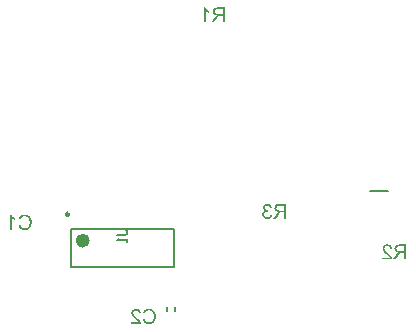
<source format=gbo>
G04*
G04 #@! TF.GenerationSoftware,Altium Limited,Altium Designer,19.1.8 (144)*
G04*
G04 Layer_Color=32896*
%FSLAX44Y44*%
%MOMM*%
G71*
G01*
G75*
%ADD10C,0.2000*%
%ADD11C,0.1500*%
%ADD41C,0.2500*%
%ADD42C,0.6000*%
G36*
X126471Y111226D02*
X126562Y111069D01*
X126772Y110768D01*
X126994Y110481D01*
X127229Y110219D01*
X127439Y110010D01*
X127530Y109905D01*
X127609Y109826D01*
X127674Y109774D01*
X127726Y109722D01*
X127753Y109696D01*
X127766Y109683D01*
X128145Y109369D01*
X128524Y109094D01*
X128904Y108846D01*
X129257Y108623D01*
X129427Y108532D01*
X129571Y108453D01*
X129702Y108388D01*
X129806Y108322D01*
X129898Y108283D01*
X129976Y108244D01*
X130016Y108231D01*
X130029Y108218D01*
Y106713D01*
X129754Y106818D01*
X129466Y106949D01*
X129205Y107079D01*
X128943Y107210D01*
X128734Y107328D01*
X128642Y107380D01*
X128564Y107420D01*
X128498Y107459D01*
X128446Y107485D01*
X128420Y107511D01*
X128407D01*
X128080Y107707D01*
X127792Y107904D01*
X127530Y108087D01*
X127321Y108244D01*
X127151Y108388D01*
X127033Y108492D01*
X126955Y108558D01*
X126929Y108584D01*
Y98721D01*
X125385D01*
Y111383D01*
X126392D01*
X126471Y111226D01*
D02*
G37*
G36*
X138152Y111540D02*
X138453Y111514D01*
X138741Y111488D01*
X139028Y111435D01*
X139290Y111370D01*
X139539Y111305D01*
X139774Y111239D01*
X139996Y111174D01*
X140193Y111095D01*
X140376Y111030D01*
X140520Y110965D01*
X140651Y110899D01*
X140755Y110847D01*
X140834Y110821D01*
X140886Y110794D01*
X140899Y110781D01*
X141148Y110638D01*
X141383Y110468D01*
X141605Y110297D01*
X141815Y110114D01*
X142011Y109931D01*
X142181Y109748D01*
X142351Y109565D01*
X142495Y109382D01*
X142626Y109212D01*
X142730Y109068D01*
X142822Y108924D01*
X142900Y108793D01*
X142966Y108702D01*
X143005Y108623D01*
X143031Y108571D01*
X143044Y108558D01*
X143175Y108283D01*
X143293Y107995D01*
X143384Y107694D01*
X143476Y107407D01*
X143541Y107106D01*
X143607Y106831D01*
X143659Y106556D01*
X143698Y106295D01*
X143724Y106046D01*
X143751Y105824D01*
X143764Y105614D01*
X143777Y105444D01*
X143790Y105314D01*
Y105209D01*
Y105143D01*
Y105117D01*
X143777Y104777D01*
X143764Y104450D01*
X143724Y104136D01*
X143685Y103822D01*
X143633Y103535D01*
X143581Y103247D01*
X143528Y102985D01*
X143463Y102750D01*
X143398Y102527D01*
X143345Y102331D01*
X143293Y102148D01*
X143240Y102004D01*
X143201Y101886D01*
X143162Y101808D01*
X143149Y101742D01*
X143136Y101729D01*
X143005Y101442D01*
X142861Y101180D01*
X142704Y100931D01*
X142547Y100696D01*
X142390Y100474D01*
X142220Y100277D01*
X142063Y100107D01*
X141906Y99950D01*
X141762Y99806D01*
X141632Y99676D01*
X141501Y99571D01*
X141396Y99493D01*
X141305Y99427D01*
X141239Y99375D01*
X141200Y99349D01*
X141187Y99336D01*
X140938Y99192D01*
X140677Y99061D01*
X140402Y98956D01*
X140127Y98865D01*
X139853Y98786D01*
X139578Y98708D01*
X139303Y98655D01*
X139055Y98616D01*
X138806Y98577D01*
X138584Y98551D01*
X138387Y98538D01*
X138217Y98525D01*
X138074Y98511D01*
X137877D01*
X137511Y98525D01*
X137171Y98564D01*
X136831Y98616D01*
X136517Y98681D01*
X136229Y98760D01*
X135954Y98852D01*
X135706Y98943D01*
X135470Y99048D01*
X135261Y99152D01*
X135078Y99244D01*
X134921Y99336D01*
X134790Y99414D01*
X134686Y99480D01*
X134607Y99545D01*
X134555Y99571D01*
X134542Y99584D01*
X134293Y99793D01*
X134071Y100029D01*
X133862Y100277D01*
X133665Y100539D01*
X133495Y100788D01*
X133338Y101049D01*
X133207Y101311D01*
X133077Y101559D01*
X132972Y101795D01*
X132880Y102017D01*
X132815Y102213D01*
X132750Y102383D01*
X132697Y102527D01*
X132671Y102632D01*
X132645Y102697D01*
Y102724D01*
X134319Y103142D01*
X134398Y102854D01*
X134476Y102580D01*
X134568Y102331D01*
X134672Y102096D01*
X134777Y101873D01*
X134895Y101677D01*
X135000Y101507D01*
X135117Y101337D01*
X135222Y101193D01*
X135313Y101075D01*
X135405Y100971D01*
X135484Y100892D01*
X135549Y100827D01*
X135601Y100774D01*
X135627Y100748D01*
X135640Y100735D01*
X135824Y100591D01*
X136020Y100474D01*
X136216Y100369D01*
X136425Y100277D01*
X136622Y100199D01*
X136818Y100133D01*
X137197Y100042D01*
X137367Y100003D01*
X137524Y99977D01*
X137668Y99964D01*
X137786Y99950D01*
X137890Y99937D01*
X138021D01*
X138230Y99950D01*
X138440Y99964D01*
X138845Y100029D01*
X139212Y100120D01*
X139369Y100173D01*
X139525Y100238D01*
X139669Y100290D01*
X139787Y100343D01*
X139905Y100395D01*
X139996Y100434D01*
X140062Y100474D01*
X140127Y100500D01*
X140153Y100526D01*
X140167D01*
X140350Y100644D01*
X140507Y100774D01*
X140808Y101049D01*
X141056Y101350D01*
X141265Y101638D01*
X141422Y101912D01*
X141475Y102017D01*
X141527Y102122D01*
X141566Y102200D01*
X141592Y102266D01*
X141618Y102305D01*
Y102318D01*
X141776Y102789D01*
X141880Y103260D01*
X141959Y103731D01*
X141998Y103966D01*
X142024Y104176D01*
X142037Y104372D01*
X142050Y104555D01*
X142063Y104725D01*
Y104856D01*
X142076Y104973D01*
Y105065D01*
Y105117D01*
Y105130D01*
X142063Y105588D01*
X142011Y106033D01*
X141945Y106439D01*
X141919Y106635D01*
X141880Y106805D01*
X141841Y106962D01*
X141802Y107119D01*
X141776Y107236D01*
X141749Y107341D01*
X141723Y107433D01*
X141697Y107498D01*
X141684Y107537D01*
Y107550D01*
X141605Y107760D01*
X141514Y107969D01*
X141305Y108335D01*
X141200Y108505D01*
X141082Y108662D01*
X140964Y108806D01*
X140860Y108924D01*
X140755Y109042D01*
X140651Y109146D01*
X140559Y109225D01*
X140480Y109290D01*
X140415Y109356D01*
X140363Y109395D01*
X140337Y109408D01*
X140323Y109421D01*
X140140Y109552D01*
X139931Y109656D01*
X139735Y109748D01*
X139525Y109826D01*
X139120Y109957D01*
X138728Y110036D01*
X138558Y110075D01*
X138387Y110088D01*
X138244Y110101D01*
X138126Y110114D01*
X138021Y110127D01*
X137877D01*
X137642Y110114D01*
X137433Y110101D01*
X137014Y110023D01*
X136831Y109984D01*
X136661Y109931D01*
X136504Y109866D01*
X136360Y109813D01*
X136229Y109748D01*
X136111Y109696D01*
X136020Y109630D01*
X135928Y109591D01*
X135876Y109552D01*
X135824Y109513D01*
X135797Y109500D01*
X135784Y109486D01*
X135627Y109356D01*
X135484Y109225D01*
X135235Y108911D01*
X135013Y108584D01*
X134829Y108257D01*
X134751Y108100D01*
X134686Y107956D01*
X134633Y107825D01*
X134581Y107707D01*
X134555Y107616D01*
X134529Y107550D01*
X134502Y107498D01*
Y107485D01*
X132854Y107878D01*
X132959Y108191D01*
X133077Y108492D01*
X133207Y108780D01*
X133351Y109029D01*
X133495Y109277D01*
X133652Y109500D01*
X133796Y109696D01*
X133953Y109879D01*
X134084Y110049D01*
X134228Y110193D01*
X134346Y110310D01*
X134450Y110402D01*
X134542Y110481D01*
X134607Y110546D01*
X134646Y110572D01*
X134659Y110585D01*
X134908Y110755D01*
X135170Y110899D01*
X135431Y111030D01*
X135706Y111148D01*
X135968Y111239D01*
X136229Y111318D01*
X136491Y111383D01*
X136739Y111435D01*
X136962Y111475D01*
X137171Y111501D01*
X137367Y111527D01*
X137524Y111540D01*
X137655Y111553D01*
X137838D01*
X138152Y111540D01*
D02*
G37*
G36*
X343674Y120599D02*
X343935Y120573D01*
X344184Y120534D01*
X344419Y120482D01*
X344642Y120416D01*
X344838Y120338D01*
X345034Y120259D01*
X345204Y120181D01*
X345361Y120102D01*
X345505Y120024D01*
X345623Y119945D01*
X345714Y119880D01*
X345793Y119827D01*
X345845Y119788D01*
X345884Y119762D01*
X345897Y119749D01*
X346081Y119579D01*
X346237Y119396D01*
X346394Y119213D01*
X346525Y119017D01*
X346643Y118820D01*
X346748Y118611D01*
X346839Y118415D01*
X346918Y118232D01*
X346983Y118048D01*
X347035Y117879D01*
X347088Y117735D01*
X347114Y117604D01*
X347153Y117486D01*
X347166Y117408D01*
X347179Y117355D01*
Y117342D01*
X345636Y117067D01*
X345597Y117277D01*
X345557Y117473D01*
X345505Y117643D01*
X345439Y117813D01*
X345387Y117970D01*
X345322Y118101D01*
X345256Y118232D01*
X345191Y118349D01*
X345126Y118441D01*
X345060Y118532D01*
X345008Y118598D01*
X344955Y118663D01*
X344916Y118703D01*
X344890Y118742D01*
X344864Y118768D01*
X344746Y118873D01*
X344628Y118964D01*
X344380Y119095D01*
X344118Y119200D01*
X343883Y119278D01*
X343674Y119317D01*
X343582Y119331D01*
X343503D01*
X343451Y119344D01*
X343190D01*
X343033Y119317D01*
X342745Y119252D01*
X342496Y119160D01*
X342287Y119069D01*
X342117Y118964D01*
X341986Y118873D01*
X341908Y118807D01*
X341881Y118794D01*
Y118781D01*
X341777Y118676D01*
X341685Y118559D01*
X341541Y118323D01*
X341437Y118088D01*
X341371Y117865D01*
X341319Y117669D01*
X341306Y117578D01*
Y117512D01*
X341293Y117447D01*
Y117408D01*
Y117381D01*
Y117368D01*
X341306Y117172D01*
X341332Y116989D01*
X341371Y116819D01*
X341410Y116662D01*
X341541Y116387D01*
X341685Y116165D01*
X341842Y115995D01*
X341960Y115877D01*
X342012Y115825D01*
X342052Y115799D01*
X342078Y115786D01*
X342091Y115772D01*
X342392Y115602D01*
X342706Y115472D01*
X343006Y115393D01*
X343281Y115328D01*
X343517Y115288D01*
X343621Y115275D01*
X343700D01*
X343778Y115262D01*
X343948D01*
X344027Y115275D01*
X344092Y115288D01*
X344118D01*
X344301Y113928D01*
X344066Y113980D01*
X343857Y114033D01*
X343661Y114059D01*
X343503Y114072D01*
X343373Y114085D01*
X343281Y114098D01*
X343203D01*
X343006Y114085D01*
X342823Y114072D01*
X342470Y113993D01*
X342169Y113876D01*
X341921Y113758D01*
X341803Y113693D01*
X341711Y113627D01*
X341633Y113562D01*
X341567Y113509D01*
X341502Y113470D01*
X341463Y113431D01*
X341450Y113418D01*
X341437Y113405D01*
X341306Y113274D01*
X341201Y113130D01*
X341110Y112986D01*
X341031Y112842D01*
X340900Y112541D01*
X340822Y112267D01*
X340770Y112018D01*
X340756Y111913D01*
X340743Y111822D01*
X340730Y111743D01*
Y111691D01*
Y111652D01*
Y111639D01*
X340743Y111430D01*
X340756Y111233D01*
X340796Y111050D01*
X340848Y110880D01*
X340966Y110553D01*
X341110Y110292D01*
X341175Y110174D01*
X341254Y110069D01*
X341319Y109978D01*
X341371Y109899D01*
X341424Y109847D01*
X341450Y109808D01*
X341476Y109781D01*
X341489Y109768D01*
X341633Y109637D01*
X341777Y109520D01*
X341934Y109428D01*
X342091Y109337D01*
X342248Y109271D01*
X342405Y109206D01*
X342692Y109114D01*
X342941Y109062D01*
X343059Y109049D01*
X343150Y109036D01*
X343229Y109023D01*
X343334D01*
X343503Y109036D01*
X343674Y109049D01*
X343974Y109114D01*
X344236Y109206D01*
X344472Y109310D01*
X344655Y109415D01*
X344785Y109507D01*
X344838Y109546D01*
X344877Y109572D01*
X344890Y109598D01*
X344903D01*
X345021Y109716D01*
X345126Y109847D01*
X345309Y110134D01*
X345466Y110449D01*
X345583Y110762D01*
X345675Y111050D01*
X345714Y111168D01*
X345740Y111286D01*
X345766Y111364D01*
X345780Y111443D01*
X345793Y111482D01*
Y111495D01*
X347336Y111286D01*
X347297Y110998D01*
X347245Y110723D01*
X347166Y110462D01*
X347075Y110213D01*
X346983Y109991D01*
X346878Y109781D01*
X346774Y109585D01*
X346656Y109415D01*
X346551Y109258D01*
X346447Y109114D01*
X346355Y108996D01*
X346264Y108905D01*
X346198Y108826D01*
X346146Y108761D01*
X346107Y108735D01*
X346093Y108722D01*
X345884Y108552D01*
X345662Y108395D01*
X345426Y108264D01*
X345204Y108159D01*
X344969Y108055D01*
X344733Y107976D01*
X344511Y107911D01*
X344301Y107858D01*
X344105Y107819D01*
X343922Y107793D01*
X343752Y107767D01*
X343608Y107754D01*
X343490D01*
X343412Y107741D01*
X343334D01*
X342993Y107754D01*
X342679Y107793D01*
X342379Y107845D01*
X342091Y107924D01*
X341816Y108002D01*
X341567Y108107D01*
X341332Y108198D01*
X341123Y108316D01*
X340940Y108421D01*
X340770Y108526D01*
X340639Y108617D01*
X340521Y108696D01*
X340416Y108774D01*
X340351Y108826D01*
X340312Y108866D01*
X340299Y108879D01*
X340089Y109101D01*
X339893Y109324D01*
X339736Y109559D01*
X339592Y109808D01*
X339475Y110043D01*
X339383Y110265D01*
X339305Y110501D01*
X339239Y110710D01*
X339187Y110906D01*
X339147Y111103D01*
X339121Y111259D01*
X339095Y111403D01*
Y111521D01*
X339082Y111600D01*
Y111665D01*
Y111678D01*
X339095Y111901D01*
X339108Y112110D01*
X339174Y112502D01*
X339278Y112855D01*
X339331Y113012D01*
X339396Y113143D01*
X339448Y113274D01*
X339514Y113392D01*
X339566Y113483D01*
X339605Y113562D01*
X339658Y113627D01*
X339684Y113666D01*
X339697Y113693D01*
X339710Y113706D01*
X339828Y113849D01*
X339959Y113993D01*
X340233Y114216D01*
X340521Y114412D01*
X340809Y114556D01*
X341057Y114661D01*
X341162Y114700D01*
X341254Y114726D01*
X341332Y114752D01*
X341384Y114765D01*
X341424Y114778D01*
X341437D01*
X341136Y114935D01*
X340874Y115118D01*
X340652Y115302D01*
X340469Y115472D01*
X340325Y115616D01*
X340220Y115746D01*
X340168Y115825D01*
X340142Y115838D01*
Y115851D01*
X339998Y116112D01*
X339880Y116361D01*
X339802Y116610D01*
X339749Y116845D01*
X339723Y117041D01*
X339710Y117120D01*
X339697Y117198D01*
Y117251D01*
Y117290D01*
Y117316D01*
Y117329D01*
X339723Y117643D01*
X339775Y117944D01*
X339841Y118219D01*
X339932Y118467D01*
X340024Y118663D01*
X340063Y118755D01*
X340089Y118820D01*
X340129Y118873D01*
X340142Y118912D01*
X340168Y118938D01*
Y118951D01*
X340351Y119226D01*
X340573Y119461D01*
X340796Y119671D01*
X341005Y119854D01*
X341201Y119985D01*
X341358Y120089D01*
X341424Y120128D01*
X341463Y120141D01*
X341489Y120168D01*
X341502D01*
X341829Y120311D01*
X342156Y120429D01*
X342483Y120508D01*
X342771Y120560D01*
X342902Y120573D01*
X343019Y120586D01*
X343137Y120599D01*
X343229Y120612D01*
X343399D01*
X343674Y120599D01*
D02*
G37*
G36*
X359410Y107950D02*
X357736D01*
Y113549D01*
X355590D01*
X355394Y113536D01*
X355237Y113523D01*
X355106D01*
X355015Y113509D01*
X354936Y113496D01*
X354897Y113483D01*
X354884D01*
X354740Y113444D01*
X354596Y113392D01*
X354465Y113339D01*
X354361Y113274D01*
X354256Y113222D01*
X354191Y113182D01*
X354138Y113156D01*
X354125Y113143D01*
X353981Y113039D01*
X353838Y112908D01*
X353694Y112764D01*
X353563Y112620D01*
X353445Y112502D01*
X353354Y112397D01*
X353301Y112319D01*
X353275Y112306D01*
Y112293D01*
X353092Y112044D01*
X352883Y111770D01*
X352686Y111482D01*
X352490Y111207D01*
X352333Y110959D01*
X352255Y110841D01*
X352189Y110749D01*
X352137Y110671D01*
X352098Y110618D01*
X352085Y110579D01*
X352072Y110566D01*
X350410Y107950D01*
X348330D01*
X350502Y111377D01*
X350750Y111730D01*
X350999Y112057D01*
X351221Y112345D01*
X351444Y112594D01*
X351627Y112790D01*
X351692Y112868D01*
X351758Y112934D01*
X351810Y112986D01*
X351849Y113025D01*
X351875Y113039D01*
X351888Y113052D01*
X352032Y113169D01*
X352189Y113274D01*
X352359Y113379D01*
X352516Y113483D01*
X352660Y113562D01*
X352791Y113627D01*
X352869Y113666D01*
X352883Y113680D01*
X352896D01*
X352569Y113732D01*
X352255Y113797D01*
X351967Y113876D01*
X351705Y113967D01*
X351470Y114059D01*
X351247Y114164D01*
X351051Y114255D01*
X350868Y114360D01*
X350711Y114451D01*
X350580Y114543D01*
X350476Y114621D01*
X350371Y114700D01*
X350306Y114752D01*
X350253Y114804D01*
X350227Y114831D01*
X350214Y114844D01*
X350057Y115027D01*
X349926Y115210D01*
X349809Y115393D01*
X349704Y115589D01*
X349625Y115772D01*
X349547Y115969D01*
X349442Y116322D01*
X349416Y116479D01*
X349390Y116636D01*
X349364Y116767D01*
X349351Y116884D01*
X349338Y116976D01*
Y117041D01*
Y117094D01*
Y117107D01*
X349364Y117486D01*
X349416Y117852D01*
X349508Y118166D01*
X349599Y118454D01*
X349652Y118572D01*
X349704Y118689D01*
X349743Y118781D01*
X349795Y118860D01*
X349822Y118925D01*
X349848Y118977D01*
X349874Y119003D01*
Y119017D01*
X350083Y119317D01*
X350319Y119566D01*
X350541Y119775D01*
X350764Y119945D01*
X350973Y120063D01*
X351051Y120115D01*
X351130Y120155D01*
X351195Y120181D01*
X351234Y120207D01*
X351260Y120220D01*
X351274D01*
X351444Y120285D01*
X351627Y120338D01*
X352032Y120416D01*
X352464Y120482D01*
X352869Y120521D01*
X353066Y120534D01*
X353249Y120547D01*
X353406D01*
X353550Y120560D01*
X359410D01*
Y107950D01*
D02*
G37*
G36*
X445103Y86309D02*
X445417Y86283D01*
X445718Y86231D01*
X445993Y86179D01*
X446242Y86100D01*
X446477Y86021D01*
X446699Y85943D01*
X446896Y85851D01*
X447066Y85760D01*
X447223Y85681D01*
X447353Y85603D01*
X447458Y85525D01*
X447537Y85472D01*
X447602Y85420D01*
X447641Y85394D01*
X447654Y85381D01*
X447850Y85197D01*
X448021Y85001D01*
X448164Y84792D01*
X448295Y84570D01*
X448413Y84347D01*
X448518Y84112D01*
X448596Y83889D01*
X448675Y83680D01*
X448727Y83471D01*
X448779Y83288D01*
X448819Y83118D01*
X448845Y82961D01*
X448858Y82843D01*
X448871Y82751D01*
X448884Y82699D01*
Y82673D01*
X447288Y82503D01*
X447275Y82725D01*
X447262Y82921D01*
X447223Y83118D01*
X447183Y83301D01*
X447131Y83458D01*
X447079Y83615D01*
X447013Y83758D01*
X446948Y83876D01*
X446896Y83994D01*
X446830Y84086D01*
X446778Y84164D01*
X446726Y84242D01*
X446686Y84295D01*
X446647Y84334D01*
X446634Y84347D01*
X446621Y84360D01*
X446490Y84478D01*
X446346Y84583D01*
X446202Y84674D01*
X446045Y84753D01*
X445745Y84870D01*
X445457Y84962D01*
X445208Y85001D01*
X445103Y85014D01*
X444999Y85027D01*
X444920Y85041D01*
X444816D01*
X444619Y85027D01*
X444436Y85014D01*
X444096Y84936D01*
X443809Y84844D01*
X443560Y84726D01*
X443442Y84661D01*
X443351Y84609D01*
X443272Y84543D01*
X443207Y84504D01*
X443154Y84465D01*
X443115Y84426D01*
X443102Y84413D01*
X443089Y84399D01*
X442971Y84282D01*
X442867Y84151D01*
X442775Y84020D01*
X442697Y83889D01*
X442579Y83641D01*
X442500Y83392D01*
X442461Y83183D01*
X442448Y83091D01*
X442435Y83013D01*
X442422Y82948D01*
Y82895D01*
Y82869D01*
Y82856D01*
X442435Y82686D01*
X442448Y82516D01*
X442540Y82189D01*
X442657Y81875D01*
X442788Y81587D01*
X442854Y81456D01*
X442919Y81339D01*
X442984Y81247D01*
X443037Y81155D01*
X443089Y81077D01*
X443128Y81025D01*
X443141Y80998D01*
X443154Y80985D01*
X443311Y80789D01*
X443481Y80593D01*
X443678Y80371D01*
X443900Y80161D01*
X444358Y79717D01*
X444816Y79285D01*
X445038Y79089D01*
X445247Y78906D01*
X445444Y78735D01*
X445614Y78591D01*
X445745Y78474D01*
X445849Y78395D01*
X445914Y78330D01*
X445941Y78317D01*
X446176Y78121D01*
X446412Y77924D01*
X446621Y77741D01*
X446817Y77558D01*
X447000Y77388D01*
X447157Y77231D01*
X447314Y77087D01*
X447445Y76956D01*
X447576Y76839D01*
X447681Y76721D01*
X447759Y76629D01*
X447837Y76551D01*
X447890Y76486D01*
X447929Y76446D01*
X447955Y76420D01*
X447968Y76407D01*
X448217Y76093D01*
X448426Y75792D01*
X448609Y75518D01*
X448753Y75256D01*
X448858Y75047D01*
X448910Y74955D01*
X448936Y74876D01*
X448962Y74811D01*
X448989Y74772D01*
X449002Y74746D01*
Y74733D01*
X449067Y74536D01*
X449106Y74340D01*
X449146Y74170D01*
X449159Y74000D01*
X449172Y73856D01*
Y73752D01*
Y73686D01*
Y73660D01*
X440813D01*
Y75151D01*
X447026D01*
X446817Y75452D01*
X446699Y75596D01*
X446595Y75727D01*
X446516Y75831D01*
X446438Y75910D01*
X446385Y75962D01*
X446372Y75975D01*
X446281Y76067D01*
X446176Y76158D01*
X446058Y76276D01*
X445914Y76407D01*
X445627Y76669D01*
X445313Y76930D01*
X445025Y77179D01*
X444907Y77283D01*
X444790Y77375D01*
X444698Y77467D01*
X444633Y77519D01*
X444580Y77558D01*
X444567Y77571D01*
X444266Y77833D01*
X443979Y78068D01*
X443730Y78304D01*
X443481Y78513D01*
X443272Y78709D01*
X443076Y78892D01*
X442893Y79062D01*
X442736Y79206D01*
X442605Y79337D01*
X442487Y79455D01*
X442396Y79559D01*
X442317Y79638D01*
X442252Y79703D01*
X442213Y79743D01*
X442186Y79769D01*
X442173Y79782D01*
X441925Y80083D01*
X441702Y80371D01*
X441532Y80632D01*
X441389Y80855D01*
X441271Y81051D01*
X441231Y81129D01*
X441205Y81195D01*
X441179Y81247D01*
X441153Y81299D01*
X441140Y81312D01*
Y81326D01*
X441035Y81600D01*
X440957Y81862D01*
X440905Y82123D01*
X440865Y82346D01*
X440839Y82542D01*
Y82620D01*
X440826Y82686D01*
Y82738D01*
Y82778D01*
Y82804D01*
Y82817D01*
X440839Y83091D01*
X440865Y83353D01*
X440931Y83602D01*
X440996Y83837D01*
X441075Y84059D01*
X441166Y84269D01*
X441258Y84452D01*
X441362Y84622D01*
X441467Y84779D01*
X441559Y84923D01*
X441650Y85041D01*
X441729Y85132D01*
X441794Y85211D01*
X441846Y85276D01*
X441886Y85302D01*
X441899Y85315D01*
X442108Y85498D01*
X442330Y85642D01*
X442553Y85786D01*
X442801Y85904D01*
X443037Y85995D01*
X443272Y86074D01*
X443508Y86139D01*
X443730Y86192D01*
X443952Y86244D01*
X444149Y86270D01*
X444319Y86296D01*
X444476Y86309D01*
X444606Y86322D01*
X444776D01*
X445103Y86309D01*
D02*
G37*
G36*
X461010Y73660D02*
X459336D01*
Y79259D01*
X457190D01*
X456994Y79246D01*
X456837Y79233D01*
X456706D01*
X456615Y79219D01*
X456536Y79206D01*
X456497Y79193D01*
X456484D01*
X456340Y79154D01*
X456196Y79102D01*
X456065Y79049D01*
X455961Y78984D01*
X455856Y78932D01*
X455791Y78892D01*
X455738Y78866D01*
X455725Y78853D01*
X455581Y78748D01*
X455438Y78618D01*
X455294Y78474D01*
X455163Y78330D01*
X455045Y78212D01*
X454953Y78108D01*
X454901Y78029D01*
X454875Y78016D01*
Y78003D01*
X454692Y77754D01*
X454483Y77480D01*
X454286Y77192D01*
X454090Y76917D01*
X453933Y76669D01*
X453855Y76551D01*
X453789Y76459D01*
X453737Y76381D01*
X453698Y76329D01*
X453685Y76289D01*
X453672Y76276D01*
X452010Y73660D01*
X449930D01*
X452102Y77087D01*
X452350Y77440D01*
X452599Y77767D01*
X452821Y78055D01*
X453044Y78304D01*
X453227Y78500D01*
X453292Y78579D01*
X453358Y78644D01*
X453410Y78696D01*
X453449Y78735D01*
X453475Y78748D01*
X453488Y78762D01*
X453632Y78879D01*
X453789Y78984D01*
X453959Y79089D01*
X454116Y79193D01*
X454260Y79272D01*
X454391Y79337D01*
X454469Y79376D01*
X454483Y79390D01*
X454496D01*
X454169Y79442D01*
X453855Y79507D01*
X453567Y79586D01*
X453305Y79677D01*
X453070Y79769D01*
X452848Y79873D01*
X452651Y79965D01*
X452468Y80070D01*
X452311Y80161D01*
X452180Y80253D01*
X452076Y80331D01*
X451971Y80410D01*
X451906Y80462D01*
X451853Y80514D01*
X451827Y80541D01*
X451814Y80554D01*
X451657Y80737D01*
X451526Y80920D01*
X451409Y81103D01*
X451304Y81299D01*
X451225Y81482D01*
X451147Y81679D01*
X451042Y82032D01*
X451016Y82189D01*
X450990Y82346D01*
X450964Y82477D01*
X450951Y82594D01*
X450938Y82686D01*
Y82751D01*
Y82804D01*
Y82817D01*
X450964Y83196D01*
X451016Y83562D01*
X451108Y83876D01*
X451199Y84164D01*
X451252Y84282D01*
X451304Y84399D01*
X451343Y84491D01*
X451395Y84570D01*
X451422Y84635D01*
X451448Y84687D01*
X451474Y84713D01*
Y84726D01*
X451683Y85027D01*
X451919Y85276D01*
X452141Y85485D01*
X452364Y85655D01*
X452573Y85773D01*
X452651Y85825D01*
X452730Y85865D01*
X452795Y85891D01*
X452834Y85917D01*
X452860Y85930D01*
X452874D01*
X453044Y85995D01*
X453227Y86048D01*
X453632Y86126D01*
X454064Y86192D01*
X454469Y86231D01*
X454666Y86244D01*
X454849Y86257D01*
X455006D01*
X455150Y86270D01*
X461010D01*
Y73660D01*
D02*
G37*
G36*
X290531Y286825D02*
X290623Y286668D01*
X290832Y286368D01*
X291054Y286080D01*
X291290Y285818D01*
X291499Y285609D01*
X291590Y285504D01*
X291669Y285426D01*
X291734Y285373D01*
X291787Y285321D01*
X291813Y285295D01*
X291826Y285282D01*
X292205Y284968D01*
X292585Y284693D01*
X292964Y284445D01*
X293317Y284222D01*
X293487Y284131D01*
X293631Y284052D01*
X293762Y283987D01*
X293867Y283922D01*
X293958Y283882D01*
X294037Y283843D01*
X294076Y283830D01*
X294089Y283817D01*
Y282313D01*
X293814Y282417D01*
X293526Y282548D01*
X293265Y282679D01*
X293003Y282810D01*
X292794Y282927D01*
X292702Y282980D01*
X292624Y283019D01*
X292558Y283058D01*
X292506Y283084D01*
X292480Y283110D01*
X292467D01*
X292140Y283307D01*
X291852Y283503D01*
X291590Y283686D01*
X291381Y283843D01*
X291211Y283987D01*
X291093Y284091D01*
X291015Y284157D01*
X290989Y284183D01*
Y274320D01*
X289445D01*
Y286982D01*
X290452D01*
X290531Y286825D01*
D02*
G37*
G36*
X307340Y274320D02*
X305666D01*
Y279919D01*
X303520D01*
X303324Y279906D01*
X303167Y279893D01*
X303036D01*
X302945Y279879D01*
X302866Y279866D01*
X302827Y279853D01*
X302814D01*
X302670Y279814D01*
X302526Y279762D01*
X302395Y279709D01*
X302291Y279644D01*
X302186Y279592D01*
X302121Y279552D01*
X302068Y279526D01*
X302055Y279513D01*
X301911Y279408D01*
X301768Y279278D01*
X301624Y279134D01*
X301493Y278990D01*
X301375Y278872D01*
X301283Y278768D01*
X301231Y278689D01*
X301205Y278676D01*
Y278663D01*
X301022Y278414D01*
X300813Y278140D01*
X300616Y277852D01*
X300420Y277577D01*
X300263Y277329D01*
X300185Y277211D01*
X300119Y277119D01*
X300067Y277041D01*
X300028Y276989D01*
X300015Y276949D01*
X300002Y276936D01*
X298340Y274320D01*
X296260D01*
X298432Y277747D01*
X298680Y278100D01*
X298929Y278427D01*
X299151Y278715D01*
X299374Y278964D01*
X299557Y279160D01*
X299622Y279238D01*
X299688Y279304D01*
X299740Y279356D01*
X299779Y279395D01*
X299805Y279408D01*
X299818Y279422D01*
X299962Y279539D01*
X300119Y279644D01*
X300289Y279749D01*
X300446Y279853D01*
X300590Y279932D01*
X300721Y279997D01*
X300800Y280036D01*
X300813Y280049D01*
X300826D01*
X300499Y280102D01*
X300185Y280167D01*
X299897Y280246D01*
X299635Y280337D01*
X299400Y280429D01*
X299177Y280534D01*
X298981Y280625D01*
X298798Y280730D01*
X298641Y280821D01*
X298510Y280913D01*
X298406Y280991D01*
X298301Y281070D01*
X298236Y281122D01*
X298183Y281174D01*
X298157Y281201D01*
X298144Y281214D01*
X297987Y281397D01*
X297856Y281580D01*
X297738Y281763D01*
X297634Y281959D01*
X297555Y282142D01*
X297477Y282339D01*
X297372Y282692D01*
X297346Y282849D01*
X297320Y283006D01*
X297294Y283137D01*
X297281Y283254D01*
X297268Y283346D01*
Y283411D01*
Y283464D01*
Y283477D01*
X297294Y283856D01*
X297346Y284222D01*
X297438Y284536D01*
X297529Y284824D01*
X297582Y284942D01*
X297634Y285060D01*
X297673Y285151D01*
X297726Y285230D01*
X297752Y285295D01*
X297778Y285347D01*
X297804Y285373D01*
Y285387D01*
X298013Y285687D01*
X298249Y285936D01*
X298471Y286145D01*
X298694Y286315D01*
X298903Y286433D01*
X298981Y286485D01*
X299060Y286525D01*
X299125Y286551D01*
X299164Y286577D01*
X299191Y286590D01*
X299204D01*
X299374Y286655D01*
X299557Y286708D01*
X299962Y286786D01*
X300394Y286852D01*
X300800Y286891D01*
X300996Y286904D01*
X301179Y286917D01*
X301336D01*
X301480Y286930D01*
X307340D01*
Y274320D01*
D02*
G37*
G36*
X232503Y31699D02*
X232817Y31673D01*
X233118Y31621D01*
X233393Y31569D01*
X233641Y31490D01*
X233877Y31411D01*
X234099Y31333D01*
X234295Y31242D01*
X234466Y31150D01*
X234622Y31071D01*
X234753Y30993D01*
X234858Y30914D01*
X234936Y30862D01*
X235002Y30810D01*
X235041Y30784D01*
X235054Y30771D01*
X235250Y30587D01*
X235420Y30391D01*
X235564Y30182D01*
X235695Y29960D01*
X235813Y29737D01*
X235917Y29502D01*
X235996Y29279D01*
X236075Y29070D01*
X236127Y28861D01*
X236179Y28678D01*
X236218Y28508D01*
X236245Y28351D01*
X236258Y28233D01*
X236271Y28141D01*
X236284Y28089D01*
Y28063D01*
X234688Y27893D01*
X234675Y28115D01*
X234662Y28311D01*
X234622Y28508D01*
X234583Y28691D01*
X234531Y28848D01*
X234479Y29005D01*
X234413Y29148D01*
X234348Y29266D01*
X234295Y29384D01*
X234230Y29476D01*
X234178Y29554D01*
X234125Y29632D01*
X234086Y29685D01*
X234047Y29724D01*
X234034Y29737D01*
X234021Y29750D01*
X233890Y29868D01*
X233746Y29973D01*
X233602Y30064D01*
X233445Y30143D01*
X233144Y30260D01*
X232857Y30352D01*
X232608Y30391D01*
X232503Y30404D01*
X232399Y30417D01*
X232320Y30431D01*
X232216D01*
X232019Y30417D01*
X231836Y30404D01*
X231496Y30326D01*
X231208Y30234D01*
X230960Y30117D01*
X230842Y30051D01*
X230751Y29999D01*
X230672Y29933D01*
X230607Y29894D01*
X230554Y29855D01*
X230515Y29816D01*
X230502Y29803D01*
X230489Y29790D01*
X230371Y29672D01*
X230266Y29541D01*
X230175Y29410D01*
X230096Y29279D01*
X229979Y29031D01*
X229900Y28782D01*
X229861Y28573D01*
X229848Y28481D01*
X229835Y28403D01*
X229822Y28338D01*
Y28285D01*
Y28259D01*
Y28246D01*
X229835Y28076D01*
X229848Y27906D01*
X229939Y27579D01*
X230057Y27265D01*
X230188Y26977D01*
X230253Y26846D01*
X230319Y26728D01*
X230384Y26637D01*
X230436Y26545D01*
X230489Y26467D01*
X230528Y26415D01*
X230541Y26388D01*
X230554Y26375D01*
X230711Y26179D01*
X230881Y25983D01*
X231077Y25761D01*
X231300Y25551D01*
X231758Y25106D01*
X232216Y24675D01*
X232438Y24479D01*
X232647Y24295D01*
X232843Y24125D01*
X233013Y23981D01*
X233144Y23864D01*
X233249Y23785D01*
X233314Y23720D01*
X233340Y23707D01*
X233576Y23511D01*
X233811Y23314D01*
X234021Y23131D01*
X234217Y22948D01*
X234400Y22778D01*
X234557Y22621D01*
X234714Y22477D01*
X234845Y22346D01*
X234976Y22229D01*
X235080Y22111D01*
X235159Y22019D01*
X235237Y21941D01*
X235290Y21876D01*
X235329Y21836D01*
X235355Y21810D01*
X235368Y21797D01*
X235617Y21483D01*
X235826Y21182D01*
X236009Y20907D01*
X236153Y20646D01*
X236258Y20437D01*
X236310Y20345D01*
X236336Y20266D01*
X236362Y20201D01*
X236388Y20162D01*
X236402Y20136D01*
Y20123D01*
X236467Y19926D01*
X236506Y19730D01*
X236545Y19560D01*
X236558Y19390D01*
X236572Y19246D01*
Y19142D01*
Y19076D01*
Y19050D01*
X228213D01*
Y20541D01*
X234426D01*
X234217Y20842D01*
X234099Y20986D01*
X233995Y21117D01*
X233916Y21221D01*
X233838Y21300D01*
X233785Y21352D01*
X233772Y21365D01*
X233681Y21457D01*
X233576Y21549D01*
X233458Y21666D01*
X233314Y21797D01*
X233027Y22059D01*
X232713Y22320D01*
X232425Y22569D01*
X232307Y22673D01*
X232189Y22765D01*
X232098Y22857D01*
X232032Y22909D01*
X231980Y22948D01*
X231967Y22961D01*
X231666Y23223D01*
X231378Y23458D01*
X231130Y23694D01*
X230881Y23903D01*
X230672Y24099D01*
X230476Y24282D01*
X230293Y24453D01*
X230136Y24596D01*
X230005Y24727D01*
X229887Y24845D01*
X229796Y24950D01*
X229717Y25028D01*
X229652Y25093D01*
X229612Y25133D01*
X229586Y25159D01*
X229573Y25172D01*
X229325Y25473D01*
X229102Y25761D01*
X228932Y26022D01*
X228788Y26244D01*
X228671Y26441D01*
X228631Y26519D01*
X228605Y26585D01*
X228579Y26637D01*
X228553Y26689D01*
X228540Y26702D01*
Y26716D01*
X228435Y26990D01*
X228357Y27252D01*
X228304Y27513D01*
X228265Y27736D01*
X228239Y27932D01*
Y28010D01*
X228226Y28076D01*
Y28128D01*
Y28168D01*
Y28194D01*
Y28207D01*
X228239Y28481D01*
X228265Y28743D01*
X228330Y28992D01*
X228396Y29227D01*
X228474Y29449D01*
X228566Y29659D01*
X228657Y29842D01*
X228762Y30012D01*
X228867Y30169D01*
X228958Y30313D01*
X229050Y30431D01*
X229128Y30522D01*
X229194Y30601D01*
X229246Y30666D01*
X229285Y30692D01*
X229298Y30705D01*
X229508Y30888D01*
X229730Y31032D01*
X229953Y31176D01*
X230201Y31294D01*
X230436Y31385D01*
X230672Y31464D01*
X230907Y31529D01*
X231130Y31582D01*
X231352Y31634D01*
X231548Y31660D01*
X231719Y31686D01*
X231875Y31699D01*
X232006Y31712D01*
X232176D01*
X232503Y31699D01*
D02*
G37*
G36*
X243282Y31869D02*
X243583Y31843D01*
X243871Y31817D01*
X244158Y31765D01*
X244420Y31699D01*
X244669Y31634D01*
X244904Y31569D01*
X245126Y31503D01*
X245323Y31425D01*
X245506Y31359D01*
X245650Y31294D01*
X245781Y31228D01*
X245885Y31176D01*
X245964Y31150D01*
X246016Y31124D01*
X246029Y31111D01*
X246278Y30967D01*
X246513Y30797D01*
X246735Y30627D01*
X246945Y30444D01*
X247141Y30260D01*
X247311Y30077D01*
X247481Y29894D01*
X247625Y29711D01*
X247756Y29541D01*
X247860Y29397D01*
X247952Y29253D01*
X248030Y29122D01*
X248096Y29031D01*
X248135Y28952D01*
X248161Y28900D01*
X248174Y28887D01*
X248305Y28612D01*
X248423Y28324D01*
X248514Y28024D01*
X248606Y27736D01*
X248671Y27435D01*
X248737Y27160D01*
X248789Y26885D01*
X248828Y26624D01*
X248855Y26375D01*
X248881Y26153D01*
X248894Y25944D01*
X248907Y25774D01*
X248920Y25643D01*
Y25538D01*
Y25473D01*
Y25447D01*
X248907Y25106D01*
X248894Y24780D01*
X248855Y24465D01*
X248815Y24152D01*
X248763Y23864D01*
X248711Y23576D01*
X248658Y23314D01*
X248593Y23079D01*
X248528Y22857D01*
X248475Y22660D01*
X248423Y22477D01*
X248371Y22333D01*
X248331Y22216D01*
X248292Y22137D01*
X248279Y22072D01*
X248266Y22059D01*
X248135Y21771D01*
X247991Y21509D01*
X247834Y21261D01*
X247677Y21025D01*
X247520Y20803D01*
X247350Y20607D01*
X247193Y20437D01*
X247036Y20280D01*
X246892Y20136D01*
X246762Y20005D01*
X246631Y19900D01*
X246526Y19822D01*
X246435Y19756D01*
X246369Y19704D01*
X246330Y19678D01*
X246317Y19665D01*
X246068Y19521D01*
X245807Y19390D01*
X245532Y19286D01*
X245257Y19194D01*
X244983Y19115D01*
X244708Y19037D01*
X244433Y18985D01*
X244185Y18945D01*
X243936Y18906D01*
X243714Y18880D01*
X243517Y18867D01*
X243347Y18854D01*
X243204Y18841D01*
X243007D01*
X242641Y18854D01*
X242301Y18893D01*
X241961Y18945D01*
X241647Y19011D01*
X241359Y19089D01*
X241084Y19181D01*
X240836Y19272D01*
X240600Y19377D01*
X240391Y19482D01*
X240208Y19573D01*
X240051Y19665D01*
X239920Y19743D01*
X239816Y19809D01*
X239737Y19874D01*
X239685Y19900D01*
X239672Y19913D01*
X239423Y20123D01*
X239201Y20358D01*
X238992Y20607D01*
X238795Y20868D01*
X238625Y21117D01*
X238468Y21378D01*
X238337Y21640D01*
X238207Y21889D01*
X238102Y22124D01*
X238010Y22346D01*
X237945Y22543D01*
X237880Y22713D01*
X237827Y22857D01*
X237801Y22961D01*
X237775Y23027D01*
Y23053D01*
X239449Y23471D01*
X239528Y23184D01*
X239606Y22909D01*
X239698Y22660D01*
X239802Y22425D01*
X239907Y22202D01*
X240025Y22006D01*
X240130Y21836D01*
X240247Y21666D01*
X240352Y21522D01*
X240443Y21405D01*
X240535Y21300D01*
X240614Y21221D01*
X240679Y21156D01*
X240731Y21104D01*
X240758Y21078D01*
X240770Y21065D01*
X240954Y20921D01*
X241150Y20803D01*
X241346Y20698D01*
X241555Y20607D01*
X241752Y20528D01*
X241948Y20463D01*
X242327Y20371D01*
X242497Y20332D01*
X242654Y20306D01*
X242798Y20293D01*
X242916Y20280D01*
X243020Y20266D01*
X243151D01*
X243361Y20280D01*
X243570Y20293D01*
X243975Y20358D01*
X244342Y20450D01*
X244499Y20502D01*
X244656Y20567D01*
X244799Y20620D01*
X244917Y20672D01*
X245035Y20724D01*
X245126Y20764D01*
X245192Y20803D01*
X245257Y20829D01*
X245284Y20855D01*
X245297D01*
X245480Y20973D01*
X245637Y21104D01*
X245938Y21378D01*
X246186Y21679D01*
X246395Y21967D01*
X246552Y22242D01*
X246605Y22346D01*
X246657Y22451D01*
X246696Y22529D01*
X246722Y22595D01*
X246749Y22634D01*
Y22647D01*
X246905Y23118D01*
X247010Y23589D01*
X247089Y24060D01*
X247128Y24295D01*
X247154Y24505D01*
X247167Y24701D01*
X247180Y24884D01*
X247193Y25054D01*
Y25185D01*
X247206Y25303D01*
Y25394D01*
Y25447D01*
Y25460D01*
X247193Y25917D01*
X247141Y26362D01*
X247076Y26768D01*
X247049Y26964D01*
X247010Y27134D01*
X246971Y27291D01*
X246932Y27448D01*
X246905Y27566D01*
X246879Y27670D01*
X246853Y27762D01*
X246827Y27827D01*
X246814Y27867D01*
Y27880D01*
X246735Y28089D01*
X246644Y28298D01*
X246435Y28665D01*
X246330Y28835D01*
X246212Y28992D01*
X246094Y29135D01*
X245990Y29253D01*
X245885Y29371D01*
X245781Y29476D01*
X245689Y29554D01*
X245611Y29619D01*
X245545Y29685D01*
X245493Y29724D01*
X245467Y29737D01*
X245453Y29750D01*
X245270Y29881D01*
X245061Y29986D01*
X244865Y30077D01*
X244656Y30156D01*
X244250Y30287D01*
X243858Y30365D01*
X243688Y30404D01*
X243517Y30417D01*
X243374Y30431D01*
X243256Y30444D01*
X243151Y30457D01*
X243007D01*
X242772Y30444D01*
X242563Y30431D01*
X242144Y30352D01*
X241961Y30313D01*
X241791Y30260D01*
X241634Y30195D01*
X241490Y30143D01*
X241359Y30077D01*
X241241Y30025D01*
X241150Y29960D01*
X241058Y29920D01*
X241006Y29881D01*
X240954Y29842D01*
X240928Y29829D01*
X240914Y29816D01*
X240758Y29685D01*
X240614Y29554D01*
X240365Y29240D01*
X240143Y28913D01*
X239960Y28586D01*
X239881Y28429D01*
X239816Y28285D01*
X239763Y28154D01*
X239711Y28037D01*
X239685Y27945D01*
X239659Y27880D01*
X239632Y27827D01*
Y27814D01*
X237984Y28207D01*
X238089Y28521D01*
X238207Y28821D01*
X238337Y29109D01*
X238481Y29358D01*
X238625Y29606D01*
X238782Y29829D01*
X238926Y30025D01*
X239083Y30208D01*
X239214Y30378D01*
X239358Y30522D01*
X239475Y30640D01*
X239580Y30731D01*
X239672Y30810D01*
X239737Y30875D01*
X239776Y30901D01*
X239790Y30914D01*
X240038Y31084D01*
X240300Y31228D01*
X240561Y31359D01*
X240836Y31477D01*
X241098Y31569D01*
X241359Y31647D01*
X241621Y31712D01*
X241869Y31765D01*
X242092Y31804D01*
X242301Y31830D01*
X242497Y31856D01*
X242654Y31869D01*
X242785Y31883D01*
X242968D01*
X243282Y31869D01*
D02*
G37*
%LPC*%
G36*
X357736Y119173D02*
X353511D01*
X353275Y119147D01*
X353053Y119121D01*
X352843Y119082D01*
X352660Y119043D01*
X352490Y118990D01*
X352346Y118938D01*
X352202Y118886D01*
X352085Y118820D01*
X351980Y118768D01*
X351902Y118716D01*
X351823Y118676D01*
X351771Y118637D01*
X351731Y118611D01*
X351718Y118598D01*
X351705Y118585D01*
X351588Y118480D01*
X351483Y118363D01*
X351404Y118232D01*
X351326Y118114D01*
X351208Y117865D01*
X351130Y117630D01*
X351091Y117421D01*
X351064Y117329D01*
Y117264D01*
X351051Y117198D01*
Y117146D01*
Y117120D01*
Y117107D01*
X351064Y116884D01*
X351104Y116675D01*
X351156Y116492D01*
X351221Y116322D01*
X351287Y116178D01*
X351339Y116073D01*
X351378Y116008D01*
X351391Y115982D01*
X351535Y115799D01*
X351692Y115642D01*
X351849Y115511D01*
X352006Y115406D01*
X352150Y115328D01*
X352268Y115262D01*
X352346Y115236D01*
X352359Y115223D01*
X352372D01*
X352634Y115145D01*
X352922Y115092D01*
X353223Y115040D01*
X353511Y115014D01*
X353772Y115001D01*
X353877D01*
X353968Y114988D01*
X357736D01*
Y119173D01*
D02*
G37*
G36*
X459336Y84883D02*
X455111D01*
X454875Y84857D01*
X454653Y84831D01*
X454443Y84792D01*
X454260Y84753D01*
X454090Y84700D01*
X453946Y84648D01*
X453802Y84596D01*
X453685Y84530D01*
X453580Y84478D01*
X453502Y84426D01*
X453423Y84386D01*
X453371Y84347D01*
X453331Y84321D01*
X453318Y84308D01*
X453305Y84295D01*
X453188Y84190D01*
X453083Y84073D01*
X453004Y83942D01*
X452926Y83824D01*
X452808Y83575D01*
X452730Y83340D01*
X452691Y83131D01*
X452664Y83039D01*
Y82974D01*
X452651Y82908D01*
Y82856D01*
Y82830D01*
Y82817D01*
X452664Y82594D01*
X452704Y82385D01*
X452756Y82202D01*
X452821Y82032D01*
X452887Y81888D01*
X452939Y81783D01*
X452978Y81718D01*
X452991Y81692D01*
X453135Y81509D01*
X453292Y81352D01*
X453449Y81221D01*
X453606Y81116D01*
X453750Y81038D01*
X453868Y80972D01*
X453946Y80946D01*
X453959Y80933D01*
X453972D01*
X454234Y80855D01*
X454522Y80802D01*
X454823Y80750D01*
X455111Y80724D01*
X455372Y80711D01*
X455477D01*
X455568Y80698D01*
X459336D01*
Y84883D01*
D02*
G37*
G36*
X305666Y285543D02*
X301441D01*
X301205Y285517D01*
X300983Y285491D01*
X300773Y285452D01*
X300590Y285413D01*
X300420Y285360D01*
X300276Y285308D01*
X300132Y285256D01*
X300015Y285190D01*
X299910Y285138D01*
X299832Y285086D01*
X299753Y285046D01*
X299701Y285007D01*
X299662Y284981D01*
X299648Y284968D01*
X299635Y284955D01*
X299518Y284850D01*
X299413Y284732D01*
X299334Y284602D01*
X299256Y284484D01*
X299138Y284235D01*
X299060Y284000D01*
X299021Y283791D01*
X298994Y283699D01*
Y283634D01*
X298981Y283568D01*
Y283516D01*
Y283490D01*
Y283477D01*
X298994Y283254D01*
X299034Y283045D01*
X299086Y282862D01*
X299151Y282692D01*
X299217Y282548D01*
X299269Y282443D01*
X299308Y282378D01*
X299321Y282352D01*
X299465Y282169D01*
X299622Y282012D01*
X299779Y281881D01*
X299936Y281776D01*
X300080Y281698D01*
X300198Y281632D01*
X300276Y281606D01*
X300289Y281593D01*
X300302D01*
X300564Y281514D01*
X300852Y281462D01*
X301153Y281410D01*
X301441Y281384D01*
X301702Y281371D01*
X301807D01*
X301898Y281358D01*
X305666D01*
Y285543D01*
D02*
G37*
%LPD*%
D10*
X177230Y99510D02*
X264730D01*
X177230Y67510D02*
X264730D01*
X177230D02*
Y99510D01*
X264730Y67510D02*
Y99510D01*
X429970Y131840D02*
X445470D01*
X258370Y30250D02*
Y33250D01*
X264870Y30250D02*
Y33250D01*
D11*
X216233Y99260D02*
X222897D01*
X224230Y97927D01*
Y95261D01*
X222897Y93928D01*
X216233D01*
X224230Y91263D02*
Y88597D01*
Y89930D01*
X216233D01*
X217565Y91263D01*
D41*
X175380Y111760D02*
G03*
X175380Y111760I-1250J0D01*
G01*
D42*
X189980Y89510D02*
G03*
X189980Y89510I-3000J0D01*
G01*
M02*

</source>
